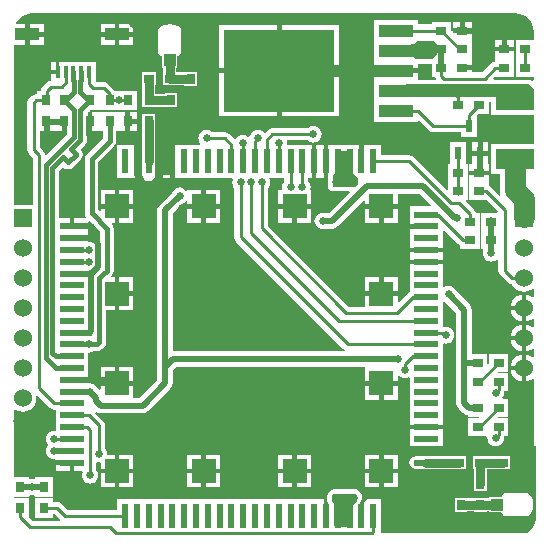
<source format=gtl>
%FSLAX25Y25*%
%MOIN*%
G70*
G01*
G75*
G04 Layer_Physical_Order=1*
G04 Layer_Color=255*
%ADD10R,0.07874X0.07874*%
%ADD11R,0.02362X0.07874*%
%ADD12R,0.07874X0.02362*%
%ADD13R,0.11811X0.04213*%
%ADD14R,0.37008X0.27559*%
%ADD15R,0.03500X0.03000*%
%ADD16R,0.12992X0.07087*%
%ADD17R,0.04134X0.08661*%
%ADD18R,0.03937X0.04331*%
%ADD19R,0.03000X0.03500*%
%ADD20R,0.04331X0.03937*%
%ADD21R,0.08661X0.04134*%
%ADD22R,0.02362X0.04299*%
%ADD23R,0.01575X0.03937*%
%ADD24R,0.07874X0.03937*%
%ADD25C,0.01500*%
%ADD26C,0.01000*%
%ADD27C,0.02000*%
%ADD28C,0.07000*%
%ADD29C,0.03150*%
%ADD30C,0.04000*%
%ADD31C,0.06000*%
%ADD32R,0.06000X0.06000*%
%ADD33C,0.02500*%
G36*
X7874Y175228D02*
X169291D01*
X169345Y175239D01*
X170453Y175130D01*
X171569Y174791D01*
X172599Y174241D01*
X173501Y173501D01*
X174241Y172599D01*
X174791Y171569D01*
X175130Y170453D01*
X175239Y169345D01*
X175228Y169291D01*
Y166319D01*
X169238D01*
Y160319D01*
X169238Y160319D01*
X169238Y160126D01*
X169238D01*
Y154126D01*
X175228D01*
Y152978D01*
X174787Y152743D01*
X174472Y152953D01*
X173887Y153070D01*
X161995D01*
X161803Y153532D01*
X162398Y154126D01*
X168738D01*
Y159965D01*
X168738Y159965D01*
D01*
D01*
X168738Y160126D01*
Y160152D01*
Y160222D01*
X168738Y160319D01*
D01*
X168738Y160479D01*
X168738D01*
D01*
Y160479D01*
X168738D01*
D01*
Y162569D01*
X162238D01*
Y160479D01*
X162238Y160479D01*
X162238D01*
X162238Y160319D01*
Y160126D01*
D01*
D01*
X162238D01*
Y159110D01*
X161734Y159010D01*
X161072Y158568D01*
X158055Y155551D01*
X154750D01*
Y156376D01*
X151499D01*
Y157876D01*
X154750D01*
Y160126D01*
D01*
Y160126D01*
X154750Y160126D01*
Y160319D01*
X154750D01*
Y166319D01*
D01*
Y166319D01*
X154750Y166319D01*
Y166500D01*
X154750D01*
Y168750D01*
X148250D01*
Y169287D01*
X148166Y169252D01*
X147750Y169530D01*
Y172500D01*
X141250D01*
Y171551D01*
X136795D01*
Y173118D01*
X121984D01*
Y165906D01*
Y159213D01*
Y156876D01*
X136795D01*
Y158364D01*
X141250D01*
Y154126D01*
X142535D01*
X142616Y153720D01*
X142756Y153510D01*
X142520Y153070D01*
X136795D01*
Y155376D01*
X121984D01*
Y152520D01*
Y145827D01*
Y139134D01*
X136795D01*
Y139194D01*
X137257Y139386D01*
X140398Y136245D01*
X140398Y136245D01*
X140398D01*
X140398Y136245D01*
X140398D01*
X140398Y136245D01*
Y136245D01*
Y136245D01*
D01*
D01*
X140398D01*
Y136245D01*
X141060Y135803D01*
X141840Y135647D01*
X151059D01*
Y134037D01*
X156421D01*
Y141137D01*
X156884Y141600D01*
X160250D01*
Y145811D01*
X161004D01*
Y141342D01*
X175228D01*
Y131743D01*
X161004D01*
Y121657D01*
X163957D01*
Y116327D01*
X164129Y115022D01*
X164303Y114601D01*
X163887Y114324D01*
X160669Y117542D01*
X160250Y117822D01*
Y119100D01*
Y121350D01*
X153750D01*
Y119100D01*
Y113100D01*
X159343D01*
X163241Y109202D01*
X163049Y108740D01*
X161333D01*
X161087Y108789D01*
X160840Y108740D01*
X157837D01*
Y102740D01*
Y96740D01*
X158538D01*
Y96272D01*
X158407Y95958D01*
X158313Y95240D01*
X158407Y94522D01*
X158685Y93853D01*
X159125Y93279D01*
X159700Y92838D01*
X160369Y92561D01*
X161087Y92466D01*
X161804Y92561D01*
X162473Y92838D01*
X163048Y93279D01*
X163074Y93313D01*
X163547Y93152D01*
Y89413D01*
X163547Y89413D01*
X163547D01*
X163703Y88633D01*
X164145Y87972D01*
X166558Y85558D01*
X167220Y85116D01*
X167972Y84966D01*
X168069Y84731D01*
X168791Y83791D01*
X169731Y83069D01*
X170825Y82616D01*
X172000Y82461D01*
X173175Y82616D01*
X174269Y83069D01*
X174780Y83461D01*
X175228Y83240D01*
Y80760D01*
X174780Y80539D01*
X174269Y80931D01*
X173175Y81384D01*
X172750Y81440D01*
Y76999D01*
Y72560D01*
X173175Y72616D01*
X174269Y73069D01*
X174780Y73461D01*
X175228Y73240D01*
Y70760D01*
X174780Y70539D01*
X174269Y70931D01*
X173175Y71384D01*
X172750Y71440D01*
Y66999D01*
Y62560D01*
X173175Y62616D01*
X174269Y63069D01*
X174780Y63461D01*
X175228Y63240D01*
Y60760D01*
X174780Y60539D01*
X174269Y60931D01*
X173175Y61384D01*
X172750Y61440D01*
Y56999D01*
Y52560D01*
X173175Y52616D01*
X174269Y53069D01*
X174780Y53461D01*
X175228Y53240D01*
Y31044D01*
X176146D01*
Y7874D01*
X176147Y7865D01*
X176017Y6536D01*
X175626Y5250D01*
X174993Y4064D01*
X174140Y3025D01*
X173101Y2173D01*
X172861Y2044D01*
X148440D01*
X148333Y1937D01*
X124465D01*
Y2347D01*
X124465D01*
Y13220D01*
X118596D01*
Y7783D01*
X117096D01*
Y11255D01*
X117554Y11712D01*
X117886Y12208D01*
X118002Y12794D01*
Y12805D01*
X118069Y12967D01*
X118103Y13221D01*
X118481D01*
X118152Y13596D01*
X118164Y13685D01*
X118069Y14403D01*
X118002Y14565D01*
Y14694D01*
X117885Y15279D01*
X117554Y15775D01*
X117154Y16175D01*
X116658Y16507D01*
X116072Y16623D01*
X108572D01*
X107987Y16507D01*
X107491Y16175D01*
X106991Y15675D01*
X106659Y15179D01*
X106543Y14594D01*
Y13220D01*
X106543D01*
Y12594D01*
X106659Y12008D01*
X106785Y11819D01*
Y7783D01*
X105285D01*
Y13220D01*
X49661D01*
Y13220D01*
X44299D01*
Y13220D01*
X40362D01*
Y13220D01*
X36425D01*
Y9823D01*
X19935D01*
X17950Y11808D01*
X17288Y12250D01*
X16508Y12405D01*
X15008D01*
Y13616D01*
X9008D01*
Y7116D01*
X15008D01*
Y8327D01*
X15663D01*
X17435Y6555D01*
X17370Y6620D01*
X17321Y6123D01*
X17195Y6039D01*
X8345D01*
X7008Y7376D01*
Y13616D01*
X1937D01*
Y14116D01*
X7008D01*
Y14345D01*
X7384Y14675D01*
X8008Y14592D01*
X8632Y14675D01*
X9008Y14345D01*
Y14116D01*
X15008D01*
Y20616D01*
X9008D01*
Y20387D01*
X8632Y20058D01*
X8008Y20140D01*
X7384Y20058D01*
X7008Y20387D01*
Y20616D01*
X1937D01*
Y43113D01*
X2386Y43334D01*
X2731Y43069D01*
X3825Y42616D01*
X5000Y42461D01*
X6175Y42616D01*
X7269Y43069D01*
X8209Y43791D01*
X8931Y44731D01*
X9384Y45825D01*
X9539Y47000D01*
X9466Y47556D01*
X9914Y47777D01*
X13948Y43743D01*
D01*
X13948Y43743D01*
X13948Y43743D01*
D01*
D01*
D01*
X13948Y43743D01*
Y43743D01*
X14609Y43301D01*
X15390Y43146D01*
X15953D01*
Y42504D01*
Y38567D01*
Y36453D01*
X15577Y36123D01*
X15390Y36148D01*
X14672Y36053D01*
X14003Y35776D01*
X13429Y35335D01*
X12988Y34761D01*
X12711Y34092D01*
X12616Y33374D01*
X12711Y32656D01*
X12988Y31987D01*
X13429Y31413D01*
Y31398D01*
X12988Y30824D01*
X12711Y30155D01*
X12616Y29437D01*
X12711Y28719D01*
X12988Y28050D01*
X13429Y27476D01*
X14003Y27035D01*
X14672Y26758D01*
X15390Y26663D01*
X15577Y26688D01*
X15953Y26358D01*
Y26250D01*
X21391D01*
Y25501D01*
X22140D01*
Y22819D01*
X24617D01*
X24895Y22403D01*
X24711Y21958D01*
X24616Y21240D01*
X24711Y20522D01*
X24988Y19853D01*
X25429Y19279D01*
X26003Y18838D01*
X26672Y18561D01*
X27390Y18466D01*
X28108Y18561D01*
X28777Y18838D01*
X29351Y19279D01*
X29792Y19853D01*
X30069Y20522D01*
X30163Y21240D01*
X30069Y21958D01*
X29792Y22627D01*
X29429Y23100D01*
Y25348D01*
X29805Y25677D01*
X30390Y25600D01*
X30538Y25620D01*
X30913Y25290D01*
Y23494D01*
X35600D01*
Y28181D01*
X33333D01*
X33163Y28374D01*
X33069Y29092D01*
X32792Y29761D01*
X32429Y30234D01*
Y37874D01*
X32274Y38654D01*
X31832Y39316D01*
X29160Y41988D01*
X29477Y42374D01*
X29914Y42082D01*
X30890Y41888D01*
X44890D01*
X45865Y42082D01*
X46692Y42635D01*
X54192Y50135D01*
X54745Y50962D01*
X54939Y51937D01*
D01*
D01*
D01*
D01*
D01*
X54939D01*
D01*
D01*
D01*
D01*
Y51937D01*
X54939D01*
D01*
Y51937D01*
D01*
D01*
D01*
D01*
D01*
D01*
D01*
D01*
D01*
D01*
D01*
D01*
Y51937D01*
D01*
X54939D01*
D01*
D01*
D01*
D01*
X54939Y51937D01*
Y56444D01*
X55946Y57451D01*
X119102D01*
Y57315D01*
X119102D01*
Y52628D01*
X129976D01*
Y54427D01*
X130450Y54588D01*
X130539Y54472D01*
X131113Y54031D01*
X131782Y53754D01*
X132500Y53659D01*
X133218Y53754D01*
X133647Y53932D01*
X134063Y53654D01*
Y50378D01*
Y46441D01*
Y42504D01*
Y38567D01*
Y38061D01*
X144937D01*
Y38567D01*
Y42504D01*
Y46441D01*
Y50378D01*
Y54315D01*
Y58252D01*
Y62189D01*
Y64894D01*
X145313Y65224D01*
X146000Y65133D01*
X146718Y65228D01*
X147387Y65505D01*
X147961Y65946D01*
X148402Y66520D01*
X148679Y67189D01*
X148774Y67907D01*
X148679Y68625D01*
X148402Y69294D01*
X147961Y69868D01*
X147387Y70309D01*
X146718Y70586D01*
X146000Y70681D01*
X145913Y70669D01*
X145880Y70691D01*
X145100Y70846D01*
X144937D01*
Y74000D01*
Y77937D01*
Y79047D01*
X145385Y79268D01*
X145521Y79164D01*
X145835Y79034D01*
X149538Y75332D01*
Y45240D01*
X149538Y45240D01*
X149538D01*
X149732Y44265D01*
X150284Y43438D01*
X151784Y41938D01*
X151784Y41938D01*
X151784D01*
X151784Y41938D01*
X151784D01*
X151784Y41938D01*
Y41938D01*
Y41938D01*
D01*
D01*
X151784D01*
Y41938D01*
X152611Y41385D01*
X153337Y41241D01*
Y40740D01*
X157050D01*
X157084Y40656D01*
X156807Y40240D01*
X153337D01*
Y34240D01*
X159500D01*
X159829Y33864D01*
X159813Y33740D01*
X159907Y33022D01*
X160185Y32353D01*
X160625Y31779D01*
X161200Y31338D01*
X161869Y31061D01*
X161996Y31044D01*
X163177D01*
X163304Y31061D01*
X163973Y31338D01*
X164548Y31779D01*
X164989Y32353D01*
X165266Y33022D01*
X165360Y33740D01*
X165354Y33786D01*
X165471Y33960D01*
X165526Y34240D01*
X166837D01*
Y40240D01*
X163624D01*
X163432Y40702D01*
X163470Y40740D01*
X166837D01*
Y46740D01*
X165084D01*
X164862Y47189D01*
X164989Y47353D01*
X165266Y48022D01*
X165360Y48740D01*
X165354Y48786D01*
X165471Y48960D01*
X165526Y49240D01*
X166837D01*
Y55240D01*
X163624D01*
X163432Y55702D01*
X163470Y55740D01*
X166837D01*
Y61740D01*
X160337D01*
Y58770D01*
X159921Y58492D01*
X159837Y58527D01*
Y61740D01*
X154636D01*
Y76387D01*
X154442Y77363D01*
X153889Y78190D01*
X149440Y82639D01*
X149310Y82953D01*
X148869Y83527D01*
X148295Y83968D01*
X147626Y84245D01*
X146908Y84340D01*
X146190Y84245D01*
X145521Y83968D01*
X145385Y83864D01*
X144937Y84085D01*
Y85811D01*
Y89748D01*
Y91679D01*
X134063D01*
Y89748D01*
Y85811D01*
Y83299D01*
Y82440D01*
X133495Y82060D01*
X130438Y79003D01*
X129976Y79195D01*
Y81049D01*
X119102D01*
Y77405D01*
X113696D01*
X86724Y104377D01*
Y117006D01*
X87087Y117479D01*
X87364Y118148D01*
X87459Y118866D01*
X87364Y119584D01*
X87087Y120253D01*
X87188Y120457D01*
X92185D01*
Y119054D01*
X91822Y118581D01*
X91545Y117912D01*
X91451Y117194D01*
X91510Y116746D01*
X91180Y116370D01*
X90165D01*
Y111683D01*
X101039D01*
Y116370D01*
X101039D01*
X100841Y116476D01*
X100841D01*
X100935Y117194D01*
X100841Y117912D01*
X100564Y118581D01*
X100201Y119054D01*
Y120457D01*
X101348D01*
Y125893D01*
Y131331D01*
X93366D01*
X93037Y131707D01*
X93061Y131894D01*
X92967Y132612D01*
X93129Y132854D01*
X99928D01*
X100400Y132492D01*
X101069Y132214D01*
X101787Y132120D01*
X102505Y132214D01*
X103174Y132492D01*
X103749Y132932D01*
X104190Y133507D01*
X104467Y134176D01*
X104561Y134894D01*
X104467Y135612D01*
X104190Y136281D01*
X103749Y136855D01*
X103174Y137296D01*
X102505Y137573D01*
X101787Y137667D01*
X101069Y137573D01*
X100400Y137296D01*
X99928Y136933D01*
X88161D01*
X87381Y136778D01*
X86720Y136336D01*
X85867Y135483D01*
X85368Y135516D01*
X85302Y135601D01*
X84728Y136042D01*
X84059Y136319D01*
X83341Y136414D01*
X82623Y136319D01*
X81954Y136042D01*
X81380Y135601D01*
X80939Y135027D01*
X80662Y134358D01*
X80646Y134241D01*
X80184Y134049D01*
X79863Y134296D01*
X79194Y134573D01*
X78476Y134667D01*
X77759Y134573D01*
X77090Y134296D01*
X76515Y133855D01*
X76091Y133302D01*
X75592Y133270D01*
X73792Y135070D01*
X73130Y135512D01*
X72350Y135667D01*
X68110D01*
X67637Y136030D01*
X66968Y136307D01*
X66250Y136402D01*
X65532Y136307D01*
X64863Y136030D01*
X64289Y135589D01*
X63848Y135015D01*
X63571Y134346D01*
X63476Y133628D01*
X63571Y132910D01*
X63848Y132241D01*
X64202Y131779D01*
X63981Y131331D01*
X55872D01*
Y126994D01*
Y121894D01*
X55604Y121626D01*
Y120457D01*
X74799D01*
X75077Y120041D01*
X74888Y119584D01*
X74793Y118866D01*
X74888Y118148D01*
X75165Y117479D01*
X75528Y117006D01*
Y100584D01*
X75528Y100584D01*
X75528D01*
X75683Y99804D01*
X76125Y99142D01*
X111839Y63428D01*
X112439Y63027D01*
X112294Y62549D01*
X54939D01*
Y108533D01*
X58313Y111908D01*
X58628Y112038D01*
X59202Y112479D01*
X59377Y112706D01*
X59850Y112546D01*
Y111683D01*
X64537D01*
Y116370D01*
X59850D01*
Y116335D01*
X59377Y116174D01*
X59202Y116402D01*
X58628Y116842D01*
X57959Y117119D01*
X57241Y117214D01*
X56523Y117119D01*
X55854Y116842D01*
X55280Y116402D01*
X54839Y115827D01*
X54709Y115513D01*
X50587Y111391D01*
X50035Y110564D01*
X49841Y109589D01*
Y52993D01*
X43834Y46986D01*
X41787D01*
Y51128D01*
X30913D01*
Y49856D01*
X30451Y49665D01*
X29922Y50195D01*
X29792Y50509D01*
X29351Y51083D01*
X28777Y51524D01*
X28108Y51801D01*
X27390Y51896D01*
X27203Y51871D01*
X26827Y52201D01*
Y52309D01*
X21389D01*
Y53809D01*
X26827D01*
Y54315D01*
Y58252D01*
Y61948D01*
X26996Y62096D01*
X27714Y62191D01*
X28383Y62468D01*
X28524Y62576D01*
X29620D01*
X30498Y62751D01*
X31242Y63248D01*
X32074Y64079D01*
X32571Y64824D01*
X32746Y65701D01*
Y76362D01*
X35600D01*
Y81798D01*
Y87236D01*
X34707D01*
X34516Y87698D01*
X34695Y87878D01*
Y87878D01*
X34695D01*
X34695D01*
D01*
Y87878D01*
X34695D01*
D01*
D01*
Y87878D01*
D01*
D01*
D01*
D01*
D01*
D01*
D01*
D01*
D01*
Y87878D01*
X34695D01*
D01*
D01*
D01*
X35193Y88622D01*
X35367Y89500D01*
Y103500D01*
X35193Y104378D01*
X34695Y105122D01*
X34850Y105496D01*
X35600D01*
Y110183D01*
X30913D01*
Y109557D01*
X30619Y109436D01*
X30204Y109713D01*
Y125833D01*
X35512Y131142D01*
Y131142D01*
X35512D01*
X35512D01*
D01*
Y131142D01*
X35512D01*
D01*
D01*
Y131142D01*
D01*
D01*
D01*
D01*
D01*
D01*
D01*
D01*
D01*
Y131142D01*
X35512D01*
D01*
D01*
D01*
X36009Y131886D01*
X36184Y132764D01*
Y135990D01*
X39140D01*
Y139239D01*
Y142490D01*
X30890D01*
Y142441D01*
X30466D01*
Y142441D01*
X28216D01*
Y139190D01*
Y135941D01*
X30466D01*
Y135990D01*
X30890D01*
Y135990D01*
X31596D01*
Y133714D01*
X26287Y128406D01*
X25790Y127661D01*
X25615Y126784D01*
Y108664D01*
X25790Y107786D01*
X26073Y107362D01*
X25837Y106921D01*
X22140D01*
Y104990D01*
X26827D01*
Y105849D01*
X27289Y106040D01*
X30779Y102550D01*
Y90450D01*
X30143Y89815D01*
X30143Y89815D01*
X28829Y88500D01*
X28332Y87756D01*
X28157Y86878D01*
D01*
Y86878D01*
Y67816D01*
X27742Y67538D01*
X27714Y67549D01*
X26996Y67644D01*
X26827Y67792D01*
Y68057D01*
X21389D01*
Y69557D01*
X26827D01*
Y70063D01*
Y74000D01*
Y77937D01*
Y81874D01*
Y85811D01*
Y87742D01*
X21389D01*
Y89242D01*
X26827D01*
Y89425D01*
X27090Y89655D01*
X27808Y89750D01*
X28477Y90027D01*
X29051Y90468D01*
X29492Y91042D01*
X29769Y91711D01*
X29864Y92429D01*
X29769Y93147D01*
X29492Y93816D01*
X29051Y94390D01*
Y94405D01*
X29492Y94979D01*
X29769Y95648D01*
X29864Y96366D01*
X29769Y97084D01*
X29492Y97753D01*
X29051Y98327D01*
X28477Y98768D01*
X27808Y99045D01*
X27090Y99140D01*
X26827Y99370D01*
Y99553D01*
X21389D01*
Y101053D01*
X26827D01*
Y101559D01*
Y103490D01*
X21389D01*
Y104239D01*
X20640D01*
Y106921D01*
X17144D01*
Y122765D01*
X18398Y124018D01*
X18465Y123950D01*
X19210Y123453D01*
X20088Y123278D01*
X20966Y123453D01*
X21710Y123950D01*
X24281Y126522D01*
X24779Y127266D01*
X24953Y128144D01*
Y128244D01*
X24779Y129122D01*
X24281Y129866D01*
X24263Y129884D01*
X25835Y131456D01*
X26333Y132200D01*
X26507Y133078D01*
Y135941D01*
X26716D01*
Y139190D01*
Y142397D01*
X26761Y142442D01*
X27414D01*
X27222Y142903D01*
X27261Y142941D01*
X30466D01*
Y142990D01*
X30890D01*
Y142990D01*
X42890D01*
Y149490D01*
X35547D01*
X35332Y149812D01*
X33332Y151812D01*
X32670Y152254D01*
X31890Y152409D01*
X29289D01*
Y159113D01*
X17037D01*
Y155644D01*
X16766D01*
Y154895D01*
X14478D01*
Y152823D01*
X14410D01*
X13629Y152667D01*
X12968Y152225D01*
X11448Y150706D01*
X11006Y150044D01*
X10896Y149490D01*
X9790D01*
Y148279D01*
X9390D01*
X8609Y148124D01*
X7948Y147682D01*
X7121Y146855D01*
X6679Y146194D01*
X6524Y145413D01*
Y129740D01*
X6524Y129740D01*
X6524D01*
X6679Y128960D01*
X7121Y128298D01*
X8311Y127109D01*
Y111500D01*
X1937D01*
Y164775D01*
X5779D01*
Y168242D01*
Y171712D01*
X2937D01*
X2680Y172141D01*
X2925Y172599D01*
X3665Y173501D01*
X4567Y174241D01*
X5596Y174791D01*
X6713Y175130D01*
X7821Y175239D01*
X7874Y175228D01*
D02*
G37*
G36*
X175487Y149940D02*
Y146540D01*
X168487D01*
X167687Y147340D01*
X134287D01*
X132399Y151115D01*
X132662Y151540D01*
X173887D01*
X175487Y149940D01*
D02*
G37*
G36*
X142939Y164894D02*
Y161394D01*
X141439Y159894D01*
X135939D01*
X134939Y160894D01*
X133846D01*
X133538Y161288D01*
X134439Y164894D01*
X135439D01*
X136439Y165894D01*
X141939D01*
X142939Y164894D01*
D02*
G37*
G36*
X13540Y135990D02*
X15790D01*
Y135990D01*
X15817D01*
X15866Y135941D01*
Y135941D01*
X18116D01*
Y139192D01*
X19616D01*
Y135941D01*
X19819D01*
Y134898D01*
X12845Y127924D01*
X12366Y128069D01*
X12234Y128734D01*
X11792Y129395D01*
X10602Y130585D01*
Y135990D01*
X12040D01*
Y139241D01*
X13540D01*
Y135990D01*
D02*
G37*
G36*
X116472Y14694D02*
Y12794D01*
X115673Y11994D01*
X114673Y10994D01*
Y4094D01*
X109273D01*
X109172Y4194D01*
X108872Y4494D01*
Y11394D01*
Y11794D01*
X108072Y12594D01*
Y14594D01*
X108572Y15094D01*
X116072D01*
X116472Y14694D01*
D02*
G37*
%LPC*%
G36*
X35600Y57315D02*
X30913D01*
Y52628D01*
X35600D01*
Y57315D01*
D02*
G37*
G36*
X41787D02*
X37100D01*
Y52628D01*
X41787D01*
Y57315D01*
D02*
G37*
G36*
X171250Y61440D02*
X170825Y61384D01*
X169731Y60931D01*
X168791Y60209D01*
X168069Y59269D01*
X167616Y58175D01*
X167560Y57750D01*
X171250D01*
Y61440D01*
D02*
G37*
G36*
X129976Y51128D02*
X125289D01*
Y46441D01*
X129976D01*
Y51128D01*
D02*
G37*
G36*
X123789D02*
X119102D01*
Y46441D01*
X123789D01*
Y51128D01*
D02*
G37*
G36*
X144937Y36561D02*
X134063D01*
Y34630D01*
Y31044D01*
X144937D01*
Y34630D01*
Y36561D01*
D02*
G37*
G36*
X171250Y56250D02*
X167560D01*
X167616Y55825D01*
X168069Y54731D01*
X168791Y53791D01*
X169731Y53069D01*
X170825Y52616D01*
X171250Y52560D01*
Y56250D01*
D02*
G37*
G36*
Y66250D02*
X167560D01*
X167616Y65825D01*
X168069Y64731D01*
X168791Y63791D01*
X169731Y63069D01*
X170825Y62616D01*
X171250Y62560D01*
Y66250D01*
D02*
G37*
G36*
X129976Y87236D02*
X125289D01*
Y82549D01*
X129976D01*
Y87236D01*
D02*
G37*
G36*
X123789D02*
X119102D01*
Y82549D01*
X123789D01*
Y87236D01*
D02*
G37*
G36*
X41787Y110183D02*
X37100D01*
Y105496D01*
X41787D01*
Y110183D01*
D02*
G37*
G36*
X144937Y95616D02*
X134063D01*
Y93685D01*
Y93179D01*
X144937D01*
Y93685D01*
Y95616D01*
D02*
G37*
G36*
X41787Y87236D02*
X37100D01*
Y82549D01*
X41787D01*
Y87236D01*
D02*
G37*
G36*
X171250Y76250D02*
X167560D01*
X167616Y75825D01*
X168069Y74731D01*
X168791Y73791D01*
X169731Y73069D01*
X170825Y72616D01*
X171250Y72560D01*
Y76250D01*
D02*
G37*
G36*
Y71440D02*
X170825Y71384D01*
X169731Y70931D01*
X168791Y70209D01*
X168069Y69269D01*
X167616Y68175D01*
X167560Y67750D01*
X171250D01*
Y71440D01*
D02*
G37*
G36*
Y81440D02*
X170825Y81384D01*
X169731Y80931D01*
X168791Y80209D01*
X168069Y79269D01*
X167616Y78175D01*
X167560Y77750D01*
X171250D01*
Y81440D01*
D02*
G37*
G36*
X41787Y81049D02*
X37100D01*
Y76362D01*
X41787D01*
Y81049D01*
D02*
G37*
G36*
X129976Y28181D02*
X125289D01*
Y23494D01*
X129976D01*
Y28181D01*
D02*
G37*
G36*
X94852Y21994D02*
X90165D01*
Y17307D01*
X94852D01*
Y21994D01*
D02*
G37*
G36*
X70724D02*
X66037D01*
Y17307D01*
X70724D01*
Y21994D01*
D02*
G37*
G36*
X123789D02*
X119102D01*
Y17307D01*
X123789D01*
Y21994D01*
D02*
G37*
G36*
X101039D02*
X96352D01*
Y17307D01*
X101039D01*
Y21994D01*
D02*
G37*
G36*
X64537D02*
X59850D01*
Y17307D01*
X64537D01*
Y21994D01*
D02*
G37*
G36*
X165000Y27717D02*
X157500D01*
X156910Y27600D01*
X155150D01*
Y23400D01*
X155283D01*
Y18500D01*
X155400Y17910D01*
Y16150D01*
X159600D01*
Y17910D01*
X159717Y18500D01*
Y23283D01*
X165000D01*
X165590Y23400D01*
X167350D01*
Y27600D01*
X165590D01*
X165000Y27717D01*
D02*
G37*
G36*
X169500Y17148D02*
X168038Y16956D01*
X166676Y16392D01*
X165506Y15494D01*
X164608Y14324D01*
X164503Y14069D01*
X160435D01*
Y13717D01*
X159600D01*
Y13850D01*
X155400D01*
Y13717D01*
X153100D01*
Y13850D01*
X148900D01*
Y9150D01*
X153100D01*
Y9283D01*
X155400D01*
Y9150D01*
X159600D01*
Y9283D01*
X160435D01*
Y8931D01*
X164503D01*
X164608Y8676D01*
X165506Y7506D01*
X166676Y6608D01*
X168038Y6044D01*
X169500Y5852D01*
X170962Y6044D01*
X172324Y6608D01*
X173494Y7506D01*
X174392Y8676D01*
X174956Y10038D01*
X175148Y11500D01*
X174956Y12962D01*
X174392Y14324D01*
X173494Y15494D01*
X172324Y16392D01*
X170962Y16956D01*
X169500Y17148D01*
D02*
G37*
G36*
X41787Y21994D02*
X37100D01*
Y17307D01*
X41787D01*
Y21994D01*
D02*
G37*
G36*
X35600D02*
X30913D01*
Y17307D01*
X35600D01*
Y21994D01*
D02*
G37*
G36*
X94852Y28181D02*
X90165D01*
Y23494D01*
X94852D01*
Y28181D01*
D02*
G37*
G36*
X70724D02*
X66037D01*
Y23494D01*
X70724D01*
Y28181D01*
D02*
G37*
G36*
X123789D02*
X119102D01*
Y23494D01*
X123789D01*
Y28181D01*
D02*
G37*
G36*
X101039D02*
X96352D01*
Y23494D01*
X101039D01*
Y28181D01*
D02*
G37*
G36*
X64537D02*
X59850D01*
Y23494D01*
X64537D01*
Y28181D01*
D02*
G37*
G36*
X20640Y24750D02*
X15953D01*
Y22819D01*
X20640D01*
Y24750D01*
D02*
G37*
G36*
X129976Y21994D02*
X125289D01*
Y17307D01*
X129976D01*
Y21994D01*
D02*
G37*
G36*
X41787Y28181D02*
X37100D01*
Y23494D01*
X41787D01*
Y28181D01*
D02*
G37*
G36*
X150500Y27717D02*
X139500D01*
X139117Y27641D01*
X136000D01*
X135181Y27478D01*
X134486Y27014D01*
X134022Y26319D01*
X133859Y25500D01*
X134022Y24681D01*
X134486Y23986D01*
X135181Y23522D01*
X136000Y23359D01*
X139117D01*
X139500Y23283D01*
X150500D01*
X151090Y23400D01*
X152850D01*
Y27600D01*
X151090D01*
X150500Y27717D01*
D02*
G37*
G36*
X64537Y110183D02*
X59850D01*
Y105496D01*
X64537D01*
Y110183D01*
D02*
G37*
G36*
X89752Y171445D02*
X70498D01*
Y156915D01*
X89752D01*
Y171445D01*
D02*
G37*
G36*
X16015Y159113D02*
X14478D01*
Y156395D01*
X16015D01*
Y159113D01*
D02*
G37*
G36*
X164738Y166319D02*
X162238D01*
Y164069D01*
X164738D01*
Y166319D01*
D02*
G37*
G36*
X110506Y171445D02*
X91252D01*
Y156915D01*
X110506D01*
Y171445D01*
D02*
G37*
G36*
X54000Y171648D02*
X52538Y171456D01*
X51176Y170892D01*
X50006Y169994D01*
X49108Y168824D01*
X48923Y168377D01*
Y165999D01*
X48352D01*
X48544Y164538D01*
X49108Y163176D01*
X50006Y162006D01*
X51176Y161108D01*
X51412Y161011D01*
Y156935D01*
X51763D01*
Y155600D01*
X51630D01*
Y151400D01*
X53390D01*
X53980Y151283D01*
X58880D01*
Y151150D01*
X63080D01*
Y155850D01*
X58880D01*
Y155717D01*
X56198D01*
Y156935D01*
X56549D01*
Y160994D01*
X56824Y161108D01*
X57994Y162006D01*
X58892Y163176D01*
X59456Y164538D01*
X59648Y166000D01*
X59456Y167462D01*
X58892Y168824D01*
X57994Y169994D01*
X56824Y170892D01*
X55462Y171456D01*
X54000Y171648D01*
D02*
G37*
G36*
X89752Y155415D02*
X70498D01*
Y140886D01*
X89752D01*
Y155415D01*
D02*
G37*
G36*
X42890Y142490D02*
X40640D01*
Y139990D01*
X42890D01*
Y142490D01*
D02*
G37*
G36*
X49330Y155600D02*
X44630D01*
Y151400D01*
X44763D01*
Y146240D01*
X44880Y145650D01*
Y143890D01*
X49080D01*
Y144023D01*
X52290D01*
Y143890D01*
X56490D01*
Y148590D01*
X52290D01*
Y148458D01*
X49198D01*
Y151400D01*
X49330D01*
Y155600D01*
D02*
G37*
G36*
X110506Y155415D02*
X91252D01*
Y140886D01*
X110506D01*
Y155415D01*
D02*
G37*
G36*
X41887Y171712D02*
X37200D01*
Y168993D01*
X41887D01*
Y171712D01*
D02*
G37*
G36*
X35700D02*
X31013D01*
Y168993D01*
X35700D01*
Y171712D01*
D02*
G37*
G36*
X154750Y172500D02*
X152250D01*
Y170250D01*
X154750D01*
Y172500D01*
D02*
G37*
G36*
X150750D02*
X148250D01*
Y170250D01*
X150750D01*
Y172500D01*
D02*
G37*
G36*
X11966Y171712D02*
X7279D01*
Y168993D01*
X11966D01*
Y171712D01*
D02*
G37*
G36*
Y167493D02*
X7279D01*
Y164775D01*
X11966D01*
Y167493D01*
D02*
G37*
G36*
X168738Y166319D02*
X166238D01*
Y164069D01*
X168738D01*
Y166319D01*
D02*
G37*
G36*
X41887Y167493D02*
X37200D01*
Y164775D01*
X41887D01*
Y167493D01*
D02*
G37*
G36*
X35700D02*
X31013D01*
Y164775D01*
X35700D01*
Y167493D01*
D02*
G37*
G36*
X42890Y138490D02*
X40640D01*
Y135990D01*
X42890D01*
Y138490D01*
D02*
G37*
G36*
X41787Y116370D02*
X37100D01*
Y111683D01*
X41787D01*
Y116370D01*
D02*
G37*
G36*
X35600D02*
X30913D01*
Y111683D01*
X35600D01*
Y116370D01*
D02*
G37*
G36*
X152681Y132250D02*
X147319D01*
Y125100D01*
X146750D01*
Y119100D01*
Y116514D01*
X146288Y116323D01*
X135275Y127336D01*
X134613Y127778D01*
X133833Y127933D01*
X124465D01*
Y131331D01*
X118596D01*
Y125893D01*
X117096D01*
Y131331D01*
X106785D01*
Y125893D01*
Y121608D01*
X106743Y121394D01*
Y120457D01*
X106743D01*
Y119690D01*
X106711Y119612D01*
X106616Y118894D01*
X106711Y118176D01*
X106743Y118097D01*
Y117494D01*
X106860Y116908D01*
X107191Y116412D01*
X107687Y116081D01*
X108273Y115964D01*
X113789D01*
X113980Y115502D01*
X107067Y108589D01*
X106009D01*
X105694Y108719D01*
X104976Y108814D01*
X104259Y108719D01*
X103589Y108442D01*
X103015Y108001D01*
X102574Y107427D01*
X102297Y106758D01*
X102203Y106040D01*
X102297Y105322D01*
X102574Y104653D01*
X103015Y104079D01*
X103589Y103638D01*
X104259Y103361D01*
X104976Y103266D01*
X105694Y103361D01*
X106009Y103491D01*
X108123D01*
X109098Y103685D01*
X109925Y104238D01*
X118640Y112953D01*
X119102Y112762D01*
Y111683D01*
X129976D01*
Y115103D01*
X137419D01*
X141202Y111320D01*
X141010Y110858D01*
X134063D01*
Y106921D01*
X134063D01*
Y104990D01*
X139501D01*
Y103490D01*
X134063D01*
Y101559D01*
Y97622D01*
Y97116D01*
X144937D01*
Y97622D01*
Y101559D01*
Y102953D01*
X145399Y103144D01*
X150158Y98385D01*
X150820Y97943D01*
X150837Y97939D01*
Y96740D01*
X157337D01*
Y102740D01*
Y108740D01*
X156024D01*
X155971Y109006D01*
X155528Y109668D01*
Y109668D01*
X155528Y109668D01*
X155528Y109668D01*
D01*
D01*
D01*
X155528Y109668D01*
D01*
X152558Y112638D01*
X152750Y113100D01*
X153250D01*
Y119100D01*
Y125100D01*
X152681D01*
Y132250D01*
D02*
G37*
G36*
X70724Y116370D02*
X66037D01*
Y111683D01*
X70724D01*
Y116370D01*
D02*
G37*
G36*
X101039Y110183D02*
X96352D01*
Y105496D01*
X101039D01*
Y110183D01*
D02*
G37*
G36*
X94852D02*
X90165D01*
Y105496D01*
X94852D01*
Y110183D01*
D02*
G37*
G36*
X129976D02*
X125289D01*
Y105496D01*
X129976D01*
Y110183D01*
D02*
G37*
G36*
X123789D02*
X119102D01*
Y105496D01*
X123789D01*
Y110183D01*
D02*
G37*
G36*
X70724D02*
X66037D01*
Y105496D01*
X70724D01*
Y110183D01*
D02*
G37*
G36*
X160161Y127850D02*
X154799D01*
Y125100D01*
X153750D01*
Y122850D01*
X160250D01*
Y125100D01*
X160161D01*
Y127850D01*
D02*
G37*
G36*
X105285Y131331D02*
X102848D01*
Y125893D01*
Y120457D01*
X105285D01*
Y125893D01*
Y131331D01*
D02*
G37*
G36*
X160161Y132250D02*
X158230D01*
Y129350D01*
X160161D01*
Y132250D01*
D02*
G37*
G36*
X156730D02*
X154799D01*
Y129350D01*
X156730D01*
Y132250D01*
D02*
G37*
G36*
X42072Y131331D02*
X40362D01*
Y131331D01*
X36425D01*
Y120457D01*
X41787D01*
Y120457D01*
X42293D01*
Y121173D01*
X42072Y121394D01*
Y124194D01*
Y131331D01*
D02*
G37*
G36*
X49080Y141590D02*
X44880D01*
Y139830D01*
X44763Y139240D01*
Y125894D01*
X44839Y125510D01*
Y121394D01*
X45002Y120574D01*
X45466Y119880D01*
X46076Y119472D01*
X47884D01*
X48438Y119842D01*
X48532Y119936D01*
X48959Y120574D01*
X49121Y121394D01*
Y125510D01*
X49198Y125894D01*
Y139240D01*
X49080Y139830D01*
Y141590D01*
D02*
G37*
G36*
X54104Y121394D02*
X51667D01*
Y120457D01*
X54104D01*
Y121394D01*
D02*
G37*
G36*
X50167Y120489D02*
X50135Y120457D01*
X50167D01*
Y120489D01*
D02*
G37*
%LPD*%
G36*
X115073Y128494D02*
Y121994D01*
X116873Y120194D01*
Y118394D01*
X115972Y117494D01*
X108273D01*
Y121394D01*
X108973Y122094D01*
Y128094D01*
X109372Y128494D01*
X110073Y129194D01*
X114373D01*
X115073Y128494D01*
D02*
G37*
D10*
X65287Y110933D02*
D03*
X95602D02*
D03*
X124539D02*
D03*
Y81799D02*
D03*
Y51878D02*
D03*
Y22744D02*
D03*
X95602D02*
D03*
X65287D02*
D03*
X36350D02*
D03*
Y51878D02*
D03*
Y81799D02*
D03*
Y110933D02*
D03*
D11*
X43043Y7784D02*
D03*
X50917D02*
D03*
X54854D02*
D03*
X62728D02*
D03*
X58791D02*
D03*
X74539D02*
D03*
X78476D02*
D03*
X70602D02*
D03*
X66665D02*
D03*
X98161D02*
D03*
X102099D02*
D03*
X109973Y7784D02*
D03*
X106035Y7784D02*
D03*
X90287D02*
D03*
X94224D02*
D03*
X86350D02*
D03*
X82413D02*
D03*
X121783D02*
D03*
X117847D02*
D03*
X113909D02*
D03*
X46980Y7784D02*
D03*
X39106Y7784D02*
D03*
X43043Y125894D02*
D03*
X109973Y125894D02*
D03*
X113909D02*
D03*
X121783D02*
D03*
X117847D02*
D03*
X78476D02*
D03*
X82413D02*
D03*
X90287D02*
D03*
X86350D02*
D03*
X102098D02*
D03*
X106035D02*
D03*
X98161D02*
D03*
X94224D02*
D03*
X62728D02*
D03*
X66665D02*
D03*
X74539D02*
D03*
X70602D02*
D03*
X54854D02*
D03*
X58791D02*
D03*
X50917D02*
D03*
X46980D02*
D03*
X39106D02*
D03*
D12*
X139500Y104240D02*
D03*
Y100303D02*
D03*
Y92429D02*
D03*
Y96366D02*
D03*
Y80618D02*
D03*
Y76681D02*
D03*
Y84555D02*
D03*
Y88492D02*
D03*
Y56996D02*
D03*
Y53059D02*
D03*
Y45185D02*
D03*
Y49122D02*
D03*
Y64870D02*
D03*
Y60933D02*
D03*
Y68807D02*
D03*
Y72744D02*
D03*
Y25500D02*
D03*
Y33374D02*
D03*
Y29437D02*
D03*
Y37311D02*
D03*
Y41248D02*
D03*
X21390D02*
D03*
Y37311D02*
D03*
Y29437D02*
D03*
Y33374D02*
D03*
X139500Y108177D02*
D03*
X21390Y25500D02*
D03*
Y72744D02*
D03*
Y68807D02*
D03*
Y60933D02*
D03*
Y64870D02*
D03*
Y49122D02*
D03*
Y45185D02*
D03*
Y53059D02*
D03*
Y56996D02*
D03*
Y88492D02*
D03*
Y84555D02*
D03*
Y76681D02*
D03*
Y80618D02*
D03*
Y96366D02*
D03*
Y92429D02*
D03*
Y100303D02*
D03*
Y104240D02*
D03*
D13*
X129390Y149433D02*
D03*
Y142740D02*
D03*
Y162819D02*
D03*
Y156126D02*
D03*
Y169512D02*
D03*
D14*
X90502Y156165D02*
D03*
D15*
X163587Y43740D02*
D03*
X156587D02*
D03*
X144500Y169500D02*
D03*
X151500D02*
D03*
Y163319D02*
D03*
X144500D02*
D03*
X151500Y157126D02*
D03*
X144500D02*
D03*
X165488Y163319D02*
D03*
X172488D02*
D03*
X150000Y144600D02*
D03*
X161087Y105740D02*
D03*
X154087D02*
D03*
X161087Y99740D02*
D03*
X154087D02*
D03*
X150500Y25500D02*
D03*
X157500D02*
D03*
X46980Y153500D02*
D03*
X53980D02*
D03*
X150000Y122100D02*
D03*
X157000D02*
D03*
Y116100D02*
D03*
X150000D02*
D03*
X156587Y52240D02*
D03*
X163587D02*
D03*
X156587Y37240D02*
D03*
X163587D02*
D03*
X157000Y144600D02*
D03*
X156587Y58740D02*
D03*
X163587D02*
D03*
X165488Y157126D02*
D03*
X172488D02*
D03*
X172000Y25500D02*
D03*
X165000D02*
D03*
D16*
X169000Y126700D02*
D03*
Y146385D02*
D03*
D17*
X59787Y166000D02*
D03*
X48173D02*
D03*
D18*
X53980Y159701D02*
D03*
D19*
X39890Y146240D02*
D03*
Y139240D02*
D03*
X12008Y17366D02*
D03*
Y10366D02*
D03*
X4008Y17366D02*
D03*
Y10366D02*
D03*
X157500Y18500D02*
D03*
Y11500D02*
D03*
X46980Y139240D02*
D03*
Y146240D02*
D03*
X151000Y18500D02*
D03*
Y11500D02*
D03*
X54390Y139240D02*
D03*
Y146240D02*
D03*
X60980Y146500D02*
D03*
Y153500D02*
D03*
X33890Y139240D02*
D03*
Y146240D02*
D03*
X12790D02*
D03*
Y139240D02*
D03*
X27466Y146191D02*
D03*
Y139191D02*
D03*
X18866Y146191D02*
D03*
Y139191D02*
D03*
D20*
X163201Y11500D02*
D03*
D21*
X169500Y17307D02*
D03*
Y5693D02*
D03*
D22*
X153740Y137687D02*
D03*
X157480Y128600D02*
D03*
X150000D02*
D03*
D23*
X19324Y155645D02*
D03*
X27002D02*
D03*
X21883D02*
D03*
X16765D02*
D03*
X24442D02*
D03*
D24*
X36450Y168243D02*
D03*
X6529D02*
D03*
D25*
X19166Y146091D02*
X22113Y149038D01*
X22659Y128144D02*
Y128244D01*
X21019Y129884D02*
X22659Y128244D01*
X20088Y125573D02*
X22659Y128144D01*
X21019Y129884D02*
Y129884D01*
X18398Y127263D02*
X20088Y125573D01*
X14850Y123715D02*
X18398Y127263D01*
X12750Y124585D02*
X22113Y133948D01*
X31766Y88192D02*
X33073Y89500D01*
X30451Y86878D02*
X31766Y88192D01*
X21390Y68807D02*
X26917D01*
X27810Y69700D01*
Y88536D01*
X33073Y89500D02*
Y103500D01*
X27909Y108664D02*
Y126784D01*
X33890Y132764D01*
X27909Y108664D02*
X33073Y103500D01*
X33890Y132764D02*
Y139240D01*
X21883Y152898D02*
Y155645D01*
Y152898D02*
X22113Y152668D01*
X24442Y152898D02*
Y155645D01*
X24213Y152668D02*
X24442Y152898D01*
X22113Y149038D02*
Y152668D01*
X24213Y149045D02*
Y152668D01*
Y149045D02*
X27166Y146091D01*
X19166D02*
X22113Y143145D01*
X12750Y60250D02*
X16004Y56996D01*
X21390D01*
X24213Y143138D02*
X27166Y146091D01*
X24213Y133078D02*
Y143138D01*
X14850Y62100D02*
X16017Y60933D01*
X21390D01*
X12750Y60250D02*
Y124585D01*
X14850Y62100D02*
Y123715D01*
X22113Y133948D02*
Y143145D01*
X21019Y129884D02*
X24213Y133078D01*
X29620Y64870D02*
X30451Y65701D01*
X21390Y64870D02*
X29620D01*
X30451Y65701D02*
Y86878D01*
D26*
X98161Y117194D02*
Y125894D01*
X94224Y117194D02*
Y125894D01*
X147727Y112000D02*
X150313D01*
X154087Y108226D01*
X133833Y125894D02*
X147727Y112000D01*
X139500Y68807D02*
X145100D01*
X146000Y67907D01*
X121783Y125894D02*
X133833D01*
X153740Y141340D02*
X157000Y144600D01*
X153740Y137687D02*
Y141340D01*
X150000Y122100D02*
Y128600D01*
X110440Y72744D02*
X139500D01*
X112852Y75366D02*
X129685D01*
X121283Y1866D02*
X121783Y2366D01*
Y7784D01*
X12008Y10366D02*
X16508D01*
X19091Y7784D02*
X39106D01*
X16508Y10366D02*
X19091Y7784D01*
X156587Y37240D02*
X157087D01*
X163587Y43740D01*
X156587Y52240D02*
X157087D01*
X163587Y58740D01*
X129685Y75366D02*
X134937Y80618D01*
X139500D01*
X21390Y96366D02*
X27390D01*
X8563Y145413D02*
X9390Y146240D01*
X8563Y129740D02*
Y145413D01*
X15390Y33374D02*
X21390D01*
X27390Y21240D02*
Y36311D01*
X26390Y37311D02*
X27390Y36311D01*
X21390Y37311D02*
X26390D01*
X30390Y28374D02*
Y37874D01*
X27016Y41248D02*
X30390Y37874D01*
X21390Y41248D02*
X27016D01*
X19328Y152202D02*
Y155591D01*
X17910Y150784D02*
X19328Y152202D01*
X14410Y150784D02*
X17910D01*
X12890Y149264D02*
X14410Y150784D01*
X31890Y150370D02*
X33890Y148370D01*
Y146240D02*
Y148370D01*
X12890Y146240D02*
Y149264D01*
X15390Y45185D02*
X21390D01*
X129390Y169512D02*
X144488D01*
X144500Y154500D02*
Y156126D01*
Y154500D02*
X145488Y153512D01*
X162514Y157126D02*
X165488D01*
X145488Y153512D02*
X158900D01*
X162514Y157126D01*
X172488D02*
Y163319D01*
X135000Y60933D02*
X139500D01*
X4008Y7492D02*
Y10366D01*
X7500Y4000D02*
X34000D01*
X4008Y7492D02*
X7500Y4000D01*
X34000D02*
X36134Y1866D01*
X121283D01*
X162587Y48740D02*
X163587Y49740D01*
Y52240D01*
X162587Y33740D02*
X163587Y34740D01*
Y37240D01*
X149157Y148217D02*
X150000Y147374D01*
Y144600D02*
Y147374D01*
X159227Y116100D02*
X165587Y109740D01*
X157000Y116100D02*
X159227D01*
X139500Y108177D02*
X143250D01*
X151600Y99827D01*
X154087Y99740D02*
X154260D01*
X129390Y142740D02*
X136787D01*
X141840Y137687D01*
X153740D01*
X154087Y105740D02*
Y108226D01*
X151091Y162909D02*
X151181Y162819D01*
X144500Y169500D02*
X151091Y162909D01*
X144488Y169512D02*
X144500Y169500D01*
X151181Y162819D02*
X151500D01*
X150000Y115100D02*
Y116100D01*
Y121600D01*
X151600Y99827D02*
X154087D01*
X154173D01*
X154260Y99740D01*
X162587Y33240D02*
X162837Y33490D01*
X129390Y149433D02*
X142500D01*
X147941D01*
X149500D01*
X156500D01*
X163941D01*
X148437Y148937D02*
X149157Y148217D01*
X147941Y149433D02*
X148437Y148937D01*
X33890Y146240D02*
X36972D01*
X39890D01*
X117847Y7784D02*
Y12347D01*
X119500Y14000D01*
X168000Y87000D02*
X172000D01*
X165587Y89413D02*
X168000Y87000D01*
X165587Y89413D02*
Y109740D01*
X113281Y64870D02*
X139500D01*
X90287Y125894D02*
Y131894D01*
X86350Y133083D02*
X88161Y134894D01*
X86350Y125894D02*
Y133083D01*
X88161Y134894D02*
X101287D01*
X84685Y103533D02*
Y118866D01*
Y103533D02*
X112852Y75366D01*
X81126Y102058D02*
Y118866D01*
Y102058D02*
X110440Y72744D01*
X77567Y100584D02*
Y118866D01*
Y100584D02*
X113281Y64870D01*
X21390Y92429D02*
X27390D01*
X78476Y125894D02*
Y131894D01*
X82413Y132713D02*
X83341Y133640D01*
X82413Y125894D02*
Y132713D01*
X132500Y56433D02*
Y58433D01*
X134103Y60036D01*
X134103D02*
X135000Y60933D01*
X28390Y150370D02*
X31890D01*
X27005Y151755D02*
Y155591D01*
Y151755D02*
X28390Y150370D01*
X10350Y50225D02*
X15390Y45185D01*
X10350Y50225D02*
Y127953D01*
X8563Y129740D02*
X10350Y127953D01*
X9390Y146240D02*
X12890D01*
X66250Y133628D02*
X72350D01*
X74539Y131439D01*
Y125894D02*
Y131439D01*
D27*
X157480Y122580D02*
Y128600D01*
X157000Y122100D02*
X157480Y122580D01*
X152087Y45240D02*
Y76387D01*
Y58740D02*
X156587D01*
X146908Y81566D02*
X152087Y76387D01*
X138475Y117652D02*
X149127Y107000D01*
X149727D01*
X54890Y60000D02*
X130000D01*
X152087Y45240D02*
X153587Y43740D01*
X15390Y29437D02*
X21390D01*
X153587Y43740D02*
X156587D01*
X35169Y53059D02*
X36350Y51878D01*
X21390Y53059D02*
X35169D01*
X30890Y44437D02*
X44890D01*
X29390Y45937D02*
X30890Y44437D01*
X29390Y45937D02*
Y47122D01*
X27390Y49122D02*
X29390Y47122D01*
X13039Y139091D02*
X19166D01*
X12890Y139240D02*
X13039Y139091D01*
X12890Y134740D02*
Y139240D01*
X21390Y49122D02*
X27390D01*
X151500Y169500D02*
X155709D01*
X156390Y168819D01*
X144500Y157126D02*
Y162819D01*
X44890Y44437D02*
X52390Y51937D01*
X21390Y104240D02*
X27587D01*
X29087Y102740D01*
X21390Y100303D02*
X28650D01*
X27166Y134591D02*
Y139091D01*
X161087Y95240D02*
Y99740D01*
Y105740D01*
Y106240D01*
X29087Y99587D02*
X30173Y98500D01*
X27909Y88536D02*
X28610Y89237D01*
X28650Y100303D02*
X29087Y100740D01*
X21390Y88492D02*
X27865D01*
X29087Y99587D02*
Y102740D01*
X28610Y89237D02*
X30173Y90800D01*
Y98500D01*
X104976Y106040D02*
X108123D01*
X52390Y109589D02*
X57241Y114440D01*
X108123Y106040D02*
X119734Y117652D01*
X138475D01*
X52390Y57500D02*
X54890Y60000D01*
X4008Y17366D02*
X12008D01*
X52390Y51937D02*
Y109589D01*
D28*
X172000Y107500D02*
Y113327D01*
X169000Y116327D02*
Y126700D01*
Y116327D02*
X172000Y113327D01*
D29*
X157500Y18500D02*
Y25500D01*
X165000D01*
X46980Y125894D02*
Y139240D01*
Y146240D02*
Y152500D01*
X53980Y153500D02*
Y159701D01*
X46980Y146240D02*
X53890D01*
X53980Y153500D02*
X60380D01*
X139500Y25500D02*
X150500D01*
X152165Y11500D02*
X157500D01*
X163201D01*
D30*
X103972Y156126D02*
X129390D01*
X129890D01*
D31*
X5000Y97000D02*
D03*
Y87000D02*
D03*
Y77000D02*
D03*
Y67000D02*
D03*
Y57000D02*
D03*
Y47000D02*
D03*
X172000Y97000D02*
D03*
Y87000D02*
D03*
Y67000D02*
D03*
Y57000D02*
D03*
Y77000D02*
D03*
D32*
X5000Y107000D02*
D03*
X172000D02*
D03*
D33*
X87976Y111194D02*
D03*
X60476Y133194D02*
D03*
X14800Y37600D02*
D03*
X151900Y37800D02*
D03*
X162600Y21200D02*
D03*
X47000Y94500D02*
D03*
X115390Y118894D02*
D03*
X112390D02*
D03*
X109390D02*
D03*
X149727Y107000D02*
D03*
X104976Y106040D02*
D03*
X98161Y117194D02*
D03*
X94224D02*
D03*
X156500Y150000D02*
D03*
X149500D02*
D03*
X142500D02*
D03*
X8008Y17366D02*
D03*
X146908Y81566D02*
D03*
X78476Y131894D02*
D03*
X101787Y134894D02*
D03*
X137087Y161240D02*
D03*
X140087D02*
D03*
Y164240D02*
D03*
X137087D02*
D03*
X162587Y33740D02*
D03*
X146000Y67907D02*
D03*
X132500Y56433D02*
D03*
X57241Y114440D02*
D03*
X15390Y29437D02*
D03*
X84685Y118866D02*
D03*
X81126D02*
D03*
X27090Y92429D02*
D03*
Y96366D02*
D03*
X27390Y21240D02*
D03*
X15390Y33374D02*
D03*
X30390Y28374D02*
D03*
X60390Y15240D02*
D03*
X78890Y14740D02*
D03*
X94890D02*
D03*
X26996Y64870D02*
D03*
X12890Y134740D02*
D03*
X109390Y13685D02*
D03*
X112390D02*
D03*
X115390D02*
D03*
X27390Y49122D02*
D03*
X88890Y33240D02*
D03*
X156890Y173484D02*
D03*
X162587Y48740D02*
D03*
X130000Y60000D02*
D03*
X161087Y95240D02*
D03*
X29087Y100740D02*
D03*
X160200Y3300D02*
D03*
X36972Y146240D02*
D03*
X57800Y65900D02*
D03*
X97200Y66600D02*
D03*
X77750Y86000D02*
D03*
X115000Y80500D02*
D03*
X104000Y94500D02*
D03*
X131500Y88000D02*
D03*
X150500Y89500D02*
D03*
X162000Y82000D02*
D03*
X172000Y49000D02*
D03*
X163500Y65000D02*
D03*
X68700Y160500D02*
D03*
Y150500D02*
D03*
X42001Y162000D02*
D03*
X43100Y150800D02*
D03*
X40200Y134800D02*
D03*
X41887Y171712D02*
D03*
X68800Y171800D02*
D03*
X145176Y3894D02*
D03*
X143850Y18000D02*
D03*
X171000Y34500D02*
D03*
X137500Y18500D02*
D03*
X126500Y4000D02*
D03*
X172000Y22000D02*
D03*
X169000Y173500D02*
D03*
X116000Y169000D02*
D03*
X115500Y156500D02*
D03*
X116000Y146000D02*
D03*
X57000Y41500D02*
D03*
X82000Y52500D02*
D03*
X77500Y41000D02*
D03*
X100000Y31500D02*
D03*
X101000Y53500D02*
D03*
X17500Y14000D02*
D03*
X3000Y39500D02*
D03*
X4000Y119500D02*
D03*
X132100Y106100D02*
D03*
X132000Y95500D02*
D03*
X122500Y35500D02*
D03*
X45500Y37000D02*
D03*
X90287Y131894D02*
D03*
X83341Y133640D02*
D03*
X77567Y118866D02*
D03*
X66250Y133628D02*
D03*
X57950Y110500D02*
D03*
X67850Y92000D02*
D03*
X64350Y82500D02*
D03*
X44850Y82000D02*
D03*
X43850Y65000D02*
D03*
M02*

</source>
